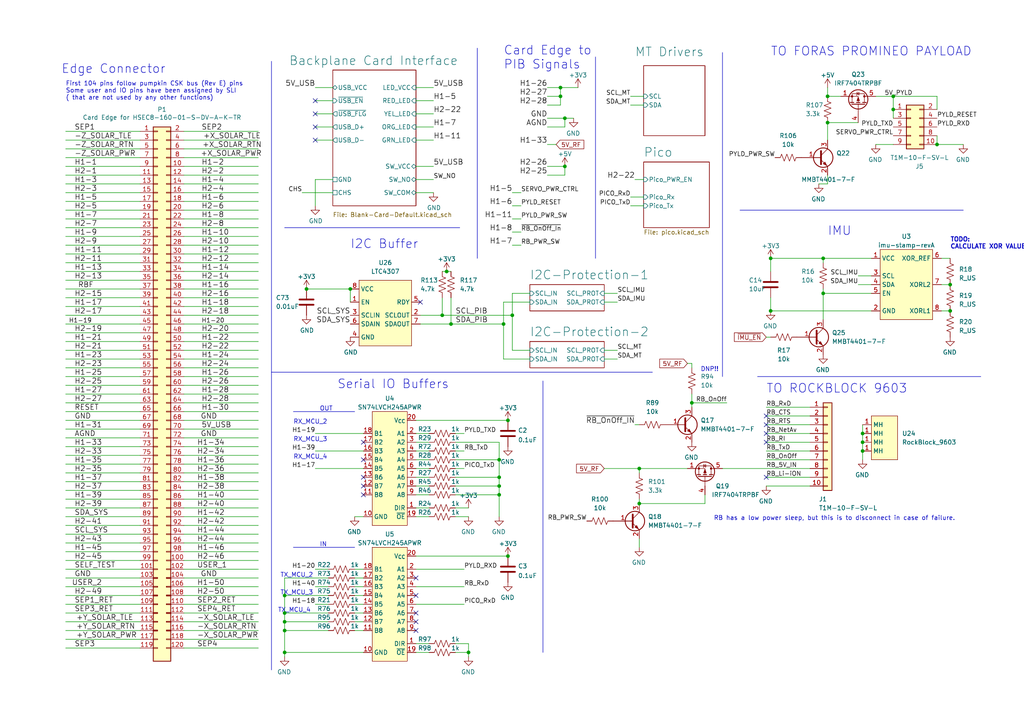
<source format=kicad_sch>
(kicad_sch (version 20230121) (generator eeschema)
  (paper "A4")
  (title_block (title "Blank Card for SLI Backplane") (date "2021-11-05") (rev "A") (company "Sierra Lobo INC"))
  (junction (at 135.89 189.23))
  (junction (at 82.55 180.34))
  (junction (at 238.76 74.93))
  (junction (at 163.83 34.29))
  (junction (at 144.78 138.43))
  (junction (at 240.03 27.94))
  (junction (at 82.55 177.8))
  (junction (at 275.59 82.55))
  (junction (at 162.56 27.94))
  (junction (at 147.32 161.29))
  (junction (at 223.52 74.93))
  (junction (at 200.66 116.84))
  (junction (at 88.9 83.82))
  (junction (at 250.19 130.81))
  (junction (at 82.55 182.88))
  (junction (at 259.08 27.94))
  (junction (at 128.27 91.44))
  (junction (at 238.76 85.09))
  (junction (at 163.83 48.26))
  (junction (at 144.78 133.35))
  (junction (at 259.08 31.75))
  (junction (at 147.32 121.92))
  (junction (at 185.42 135.89))
  (junction (at 240.03 35.56))
  (junction (at 144.78 140.97))
  (junction (at 275.59 90.17))
  (junction (at 148.59 91.44))
  (junction (at 82.55 189.23))
  (junction (at 250.19 128.27))
  (junction (at 82.55 172.72))
  (junction (at 271.78 41.91))
  (junction (at 185.42 146.05))
  (junction (at 130.81 93.98))
  (junction (at 250.19 125.73))
  (junction (at 101.6 83.82))
  (junction (at 144.78 143.51))
  (junction (at 129.54 78.74))
  (junction (at 223.52 90.17))
  (junction (at 162.56 25.4))
  (junction (at 146.05 93.98))
  (no_connect (at 121.92 87.63))
  (no_connect (at 105.41 133.35))
  (no_connect (at 120.65 177.8))
  (no_connect (at 120.65 172.72))
  (no_connect (at 105.41 140.97))
  (no_connect (at 222.25 128.27))
  (no_connect (at 222.25 125.73))
  (no_connect (at 105.41 138.43))
  (no_connect (at 105.41 128.27))
  (no_connect (at 120.65 167.64))
  (no_connect (at 91.44 40.64))
  (no_connect (at 120.65 180.34))
  (no_connect (at 105.41 143.51))
  (no_connect (at 222.25 120.65))
  (no_connect (at 222.25 123.19))
  (no_connect (at 222.25 138.43))
  (no_connect (at 91.44 29.21))
  (no_connect (at 91.44 33.02))
  (no_connect (at 120.65 182.88))
  (no_connect (at 91.44 36.83))
  (wire (pts (xy 74.93 137.16) (xy 53.34 137.16)))
  (polyline (pts (xy 78.74 107.95) (xy 189.23 107.95)))
  (wire (pts (xy 222.25 130.81) (xy 234.95 130.81)))
  (wire (pts (xy 158.75 25.4) (xy 162.56 25.4)))
  (wire (pts (xy 250.19 123.19) (xy 250.19 125.73)))
  (wire (pts (xy 40.64 88.9) (xy 19.05 88.9)))
  (wire (pts (xy 166.37 34.29) (xy 163.83 34.29)))
  (polyline (pts (xy 214.63 60.96) (xy 279.4 60.96)))
  (wire (pts (xy 120.65 130.81) (xy 124.46 130.81)))
  (wire (pts (xy 101.6 83.82) (xy 101.6 87.63)))
  (wire (pts (xy 130.81 93.98) (xy 146.05 93.98)))
  (wire (pts (xy 120.65 175.26) (xy 134.62 175.26)))
  (wire (pts (xy 74.93 91.44) (xy 53.34 91.44)))
  (wire (pts (xy 91.44 130.81) (xy 105.41 130.81)))
  (wire (pts (xy 40.64 177.8) (xy 19.05 177.8)))
  (wire (pts (xy 40.64 91.44) (xy 19.05 91.44)))
  (wire (pts (xy 148.59 63.5) (xy 151.13 63.5)))
  (wire (pts (xy 82.55 189.23) (xy 82.55 190.5)))
  (wire (pts (xy 248.92 82.55) (xy 252.73 82.55)))
  (wire (pts (xy 254 27.94) (xy 259.08 27.94)))
  (wire (pts (xy 40.64 55.88) (xy 19.05 55.88)))
  (wire (pts (xy 120.65 140.97) (xy 124.46 140.97)))
  (wire (pts (xy 40.64 119.38) (xy 19.05 119.38)))
  (wire (pts (xy 91.44 165.1) (xy 95.25 165.1)))
  (wire (pts (xy 74.93 162.56) (xy 53.34 162.56)))
  (wire (pts (xy 40.64 83.82) (xy 19.05 83.82)))
  (wire (pts (xy 132.08 135.89) (xy 134.62 135.89)))
  (wire (pts (xy 120.65 143.51) (xy 124.46 143.51)))
  (wire (pts (xy 175.26 135.89) (xy 185.42 135.89)))
  (wire (pts (xy 102.87 175.26) (xy 105.41 175.26)))
  (wire (pts (xy 120.65 121.92) (xy 147.32 121.92)))
  (wire (pts (xy 74.93 60.96) (xy 53.34 60.96)))
  (wire (pts (xy 40.64 109.22) (xy 19.05 109.22)))
  (wire (pts (xy 74.93 175.26) (xy 53.34 175.26)))
  (wire (pts (xy 74.93 127) (xy 53.34 127)))
  (wire (pts (xy 40.64 76.2) (xy 19.05 76.2)))
  (wire (pts (xy 120.65 186.69) (xy 124.46 186.69)))
  (wire (pts (xy 186.69 30.48) (xy 182.88 30.48)))
  (wire (pts (xy 120.65 125.73) (xy 124.46 125.73)))
  (wire (pts (xy 128.27 78.74) (xy 129.54 78.74)))
  (wire (pts (xy 102.87 165.1) (xy 105.41 165.1)))
  (wire (pts (xy 132.08 133.35) (xy 144.78 133.35)))
  (wire (pts (xy 279.4 41.91) (xy 271.78 41.91)))
  (wire (pts (xy 40.64 124.46) (xy 19.05 124.46)))
  (polyline (pts (xy 138.43 13.97) (xy 138.43 74.93)))
  (wire (pts (xy 74.93 83.82) (xy 53.34 83.82)))
  (wire (pts (xy 222.25 133.35) (xy 234.95 133.35)))
  (wire (pts (xy 125.73 52.07) (xy 120.65 52.07)))
  (wire (pts (xy 254 41.91) (xy 259.08 41.91)))
  (wire (pts (xy 223.52 74.93) (xy 223.52 78.74)))
  (wire (pts (xy 74.93 121.92) (xy 53.34 121.92)))
  (wire (pts (xy 74.93 170.18) (xy 53.34 170.18)))
  (wire (pts (xy 74.93 43.18) (xy 53.34 43.18)))
  (wire (pts (xy 74.93 106.68) (xy 53.34 106.68)))
  (wire (pts (xy 40.64 149.86) (xy 19.05 149.86)))
  (wire (pts (xy 240.03 53.34) (xy 240.03 50.8)))
  (wire (pts (xy 120.65 135.89) (xy 124.46 135.89)))
  (wire (pts (xy 120.65 33.02) (xy 125.73 33.02)))
  (wire (pts (xy 74.93 88.9) (xy 53.34 88.9)))
  (wire (pts (xy 153.67 87.63) (xy 146.05 87.63)))
  (wire (pts (xy 250.19 130.81) (xy 250.19 133.35)))
  (wire (pts (xy 120.65 138.43) (xy 124.46 138.43)))
  (wire (pts (xy 132.08 140.97) (xy 144.78 140.97)))
  (wire (pts (xy 200.66 116.84) (xy 200.66 118.11)))
  (wire (pts (xy 40.64 132.08) (xy 19.05 132.08)))
  (wire (pts (xy 148.59 59.69) (xy 151.13 59.69)))
  (wire (pts (xy 74.93 40.64) (xy 53.34 40.64)))
  (wire (pts (xy 162.56 30.48) (xy 162.56 27.94)))
  (wire (pts (xy 74.93 116.84) (xy 53.34 116.84)))
  (polyline (pts (xy 209.55 15.24) (xy 209.55 109.22)))
  (wire (pts (xy 222.25 140.97) (xy 234.95 140.97)))
  (wire (pts (xy 91.44 125.73) (xy 105.41 125.73)))
  (wire (pts (xy 40.64 172.72) (xy 19.05 172.72)))
  (wire (pts (xy 222.25 138.43) (xy 234.95 138.43)))
  (wire (pts (xy 74.93 114.3) (xy 53.34 114.3)))
  (wire (pts (xy 40.64 96.52) (xy 19.05 96.52)))
  (wire (pts (xy 40.64 78.74) (xy 19.05 78.74)))
  (wire (pts (xy 130.81 86.36) (xy 130.81 93.98)))
  (wire (pts (xy 199.39 105.41) (xy 200.66 105.41)))
  (polyline (pts (xy 284.48 109.22) (xy 219.71 109.22)))
  (wire (pts (xy 240.03 27.94) (xy 243.84 27.94)))
  (wire (pts (xy 175.26 104.14) (xy 179.07 104.14)))
  (wire (pts (xy 120.65 161.29) (xy 147.32 161.29)))
  (wire (pts (xy 74.93 76.2) (xy 53.34 76.2)))
  (wire (pts (xy 148.59 67.31) (xy 151.13 67.31)))
  (wire (pts (xy 40.64 152.4) (xy 19.05 152.4)))
  (wire (pts (xy 200.66 114.3) (xy 200.66 116.84)))
  (wire (pts (xy 40.64 50.8) (xy 19.05 50.8)))
  (wire (pts (xy 222.25 118.11) (xy 234.95 118.11)))
  (wire (pts (xy 74.93 160.02) (xy 53.34 160.02)))
  (wire (pts (xy 132.08 147.32) (xy 135.89 147.32)))
  (wire (pts (xy 91.44 52.07) (xy 96.52 52.07)))
  (wire (pts (xy 82.55 182.88) (xy 82.55 189.23)))
  (wire (pts (xy 132.08 189.23) (xy 135.89 189.23)))
  (wire (pts (xy 40.64 147.32) (xy 19.05 147.32)))
  (wire (pts (xy 222.25 128.27) (xy 234.95 128.27)))
  (wire (pts (xy 250.19 128.27) (xy 250.19 130.81)))
  (wire (pts (xy 185.42 158.75) (xy 185.42 156.21)))
  (wire (pts (xy 185.42 135.89) (xy 199.39 135.89)))
  (wire (pts (xy 91.44 40.64) (xy 96.52 40.64)))
  (wire (pts (xy 40.64 116.84) (xy 19.05 116.84)))
  (wire (pts (xy 153.67 85.09) (xy 148.59 85.09)))
  (wire (pts (xy 74.93 99.06) (xy 53.34 99.06)))
  (wire (pts (xy 74.93 149.86) (xy 53.34 149.86)))
  (wire (pts (xy 74.93 104.14) (xy 53.34 104.14)))
  (wire (pts (xy 74.93 63.5) (xy 53.34 63.5)))
  (wire (pts (xy 102.87 149.86) (xy 105.41 149.86)))
  (wire (pts (xy 40.64 139.7) (xy 19.05 139.7)))
  (wire (pts (xy 163.83 36.83) (xy 163.83 34.29)))
  (wire (pts (xy 222.25 125.73) (xy 234.95 125.73)))
  (wire (pts (xy 146.05 93.98) (xy 146.05 104.14)))
  (wire (pts (xy 74.93 152.4) (xy 53.34 152.4)))
  (wire (pts (xy 102.87 172.72) (xy 105.41 172.72)))
  (wire (pts (xy 125.73 25.4) (xy 120.65 25.4)))
  (wire (pts (xy 135.89 189.23) (xy 135.89 190.5)))
  (wire (pts (xy 144.78 138.43) (xy 144.78 140.97)))
  (wire (pts (xy 125.73 40.64) (xy 120.65 40.64)))
  (wire (pts (xy 95.25 172.72) (xy 82.55 172.72)))
  (wire (pts (xy 128.27 86.36) (xy 128.27 91.44)))
  (wire (pts (xy 148.59 101.6) (xy 153.67 101.6)))
  (wire (pts (xy 82.55 180.34) (xy 95.25 180.34)))
  (wire (pts (xy 95.25 167.64) (xy 82.55 167.64)))
  (wire (pts (xy 175.26 85.09) (xy 179.07 85.09)))
  (wire (pts (xy 102.87 182.88) (xy 105.41 182.88)))
  (wire (pts (xy 120.65 147.32) (xy 124.46 147.32)))
  (wire (pts (xy 240.03 35.56) (xy 248.92 35.56)))
  (wire (pts (xy 40.64 60.96) (xy 19.05 60.96)))
  (wire (pts (xy 163.83 48.26) (xy 163.83 50.8)))
  (wire (pts (xy 162.56 25.4) (xy 167.64 25.4)))
  (wire (pts (xy 91.44 170.18) (xy 95.25 170.18)))
  (wire (pts (xy 240.03 40.64) (xy 240.03 35.56)))
  (wire (pts (xy 184.15 52.07) (xy 186.69 52.07)))
  (wire (pts (xy 74.93 73.66) (xy 53.34 73.66)))
  (wire (pts (xy 132.08 138.43) (xy 144.78 138.43)))
  (wire (pts (xy 185.42 137.16) (xy 185.42 135.89)))
  (wire (pts (xy 40.64 165.1) (xy 19.05 165.1)))
  (wire (pts (xy 102.87 180.34) (xy 105.41 180.34)))
  (wire (pts (xy 74.93 134.62) (xy 53.34 134.62)))
  (wire (pts (xy 144.78 133.35) (xy 144.78 138.43)))
  (wire (pts (xy 74.93 78.74) (xy 53.34 78.74)))
  (wire (pts (xy 182.88 59.69) (xy 186.69 59.69)))
  (wire (pts (xy 135.89 186.69) (xy 132.08 186.69)))
  (wire (pts (xy 185.42 144.78) (xy 185.42 146.05)))
  (wire (pts (xy 40.64 104.14) (xy 19.05 104.14)))
  (wire (pts (xy 74.93 177.8) (xy 53.34 177.8)))
  (wire (pts (xy 74.93 144.78) (xy 53.34 144.78)))
  (wire (pts (xy 40.64 111.76) (xy 19.05 111.76)))
  (wire (pts (xy 120.65 149.86) (xy 124.46 149.86)))
  (wire (pts (xy 87.63 55.88) (xy 96.52 55.88)))
  (wire (pts (xy 74.93 139.7) (xy 53.34 139.7)))
  (wire (pts (xy 74.93 167.64) (xy 53.34 167.64)))
  (wire (pts (xy 132.08 149.86) (xy 135.89 149.86)))
  (wire (pts (xy 240.03 53.34) (xy 237.49 53.34)))
  (wire (pts (xy 74.93 129.54) (xy 53.34 129.54)))
  (wire (pts (xy 91.44 175.26) (xy 95.25 175.26)))
  (wire (pts (xy 40.64 154.94) (xy 19.05 154.94)))
  (wire (pts (xy 132.08 130.81) (xy 134.62 130.81)))
  (wire (pts (xy 132.08 125.73) (xy 134.62 125.73)))
  (wire (pts (xy 120.65 189.23) (xy 124.46 189.23)))
  (wire (pts (xy 175.26 101.6) (xy 179.07 101.6)))
  (wire (pts (xy 146.05 87.63) (xy 146.05 93.98)))
  (wire (pts (xy 135.89 189.23) (xy 135.89 186.69)))
  (wire (pts (xy 240.03 25.4) (xy 240.03 27.94)))
  (wire (pts (xy 40.64 127) (xy 19.05 127)))
  (wire (pts (xy 74.93 55.88) (xy 53.34 55.88)))
  (wire (pts (xy 91.44 25.4) (xy 96.52 25.4)))
  (wire (pts (xy 238.76 85.09) (xy 238.76 83.82)))
  (polyline (pts (xy 85.09 158.75) (xy 102.87 158.75)))
  (wire (pts (xy 74.93 157.48) (xy 53.34 157.48)))
  (wire (pts (xy 40.64 157.48) (xy 19.05 157.48)))
  (wire (pts (xy 40.64 43.18) (xy 19.05 43.18)))
  (wire (pts (xy 102.87 177.8) (xy 105.41 177.8)))
  (polyline (pts (xy 82.55 66.04) (xy 133.35 66.04)))
  (wire (pts (xy 40.64 144.78) (xy 19.05 144.78)))
  (wire (pts (xy 40.64 160.02) (xy 19.05 160.02)))
  (wire (pts (xy 74.93 182.88) (xy 53.34 182.88)))
  (wire (pts (xy 132.08 143.51) (xy 144.78 143.51)))
  (wire (pts (xy 74.93 119.38) (xy 53.34 119.38)))
  (polyline (pts (xy 1041.4 464.82) (xy 1041.4 452.12)))
  (wire (pts (xy 40.64 63.5) (xy 19.05 63.5)))
  (wire (pts (xy 40.64 129.54) (xy 19.05 129.54)))
  (wire (pts (xy 40.64 106.68) (xy 19.05 106.68)))
  (wire (pts (xy 40.64 114.3) (xy 19.05 114.3)))
  (wire (pts (xy 74.93 68.58) (xy 53.34 68.58)))
  (wire (pts (xy 40.64 48.26) (xy 19.05 48.26)))
  (wire (pts (xy 158.75 36.83) (xy 163.83 36.83)))
  (wire (pts (xy 40.64 134.62) (xy 19.05 134.62)))
  (wire (pts (xy 144.78 143.51) (xy 144.78 149.86)))
  (wire (pts (xy 88.9 83.82) (xy 101.6 83.82)))
  (wire (pts (xy 162.56 27.94) (xy 162.56 25.4)))
  (wire (pts (xy 209.55 135.89) (xy 234.95 135.89)))
  (wire (pts (xy 102.87 170.18) (xy 105.41 170.18)))
  (wire (pts (xy 74.93 165.1) (xy 53.34 165.1)))
  (wire (pts (xy 91.44 59.69) (xy 91.44 52.07)))
  (wire (pts (xy 91.44 33.02) (xy 96.52 33.02)))
  (wire (pts (xy 259.08 27.94) (xy 271.78 27.94)))
  (wire (pts (xy 40.64 175.26) (xy 19.05 175.26)))
  (wire (pts (xy 273.05 82.55) (xy 275.59 82.55)))
  (wire (pts (xy 250.19 125.73) (xy 250.19 128.27)))
  (wire (pts (xy 148.59 85.09) (xy 148.59 91.44)))
  (wire (pts (xy 102.87 167.64) (xy 105.41 167.64)))
  (wire (pts (xy 252.73 90.17) (xy 223.52 90.17)))
  (wire (pts (xy 74.93 180.34) (xy 53.34 180.34)))
  (wire (pts (xy 128.27 91.44) (xy 148.59 91.44)))
  (wire (pts (xy 40.64 73.66) (xy 19.05 73.66)))
  (wire (pts (xy 120.65 55.88) (xy 125.73 55.88)))
  (wire (pts (xy 40.64 86.36) (xy 19.05 86.36)))
  (wire (pts (xy 74.93 185.42) (xy 53.34 185.42)))
  (wire (pts (xy 40.64 167.64) (xy 19.05 167.64)))
  (wire (pts (xy 222.25 120.65) (xy 234.95 120.65)))
  (wire (pts (xy 238.76 85.09) (xy 238.76 92.71)))
  (wire (pts (xy 158.75 48.26) (xy 163.83 48.26)))
  (wire (pts (xy 82.55 189.23) (xy 105.41 189.23)))
  (polyline (pts (xy 172.72 16.51) (xy 172.72 74.93)))
  (wire (pts (xy 125.73 29.21) (xy 120.65 29.21)))
  (wire (pts (xy 74.93 172.72) (xy 53.34 172.72)))
  (wire (pts (xy 82.55 182.88) (xy 95.25 182.88)))
  (wire (pts (xy 120.65 128.27) (xy 124.46 128.27)))
  (wire (pts (xy 74.93 154.94) (xy 53.34 154.94)))
  (wire (pts (xy 74.93 96.52) (xy 53.34 96.52)))
  (wire (pts (xy 82.55 177.8) (xy 82.55 180.34)))
  (wire (pts (xy 273.05 74.93) (xy 275.59 74.93)))
  (wire (pts (xy 40.64 180.34) (xy 19.05 180.34)))
  (wire (pts (xy 223.52 97.79) (xy 222.25 97.79)))
  (wire (pts (xy 144.78 140.97) (xy 144.78 143.51)))
  (wire (pts (xy 200.66 116.84) (xy 210.82 116.84)))
  (wire (pts (xy 74.93 109.22) (xy 53.34 109.22)))
  (wire (pts (xy 40.64 71.12) (xy 19.05 71.12)))
  (wire (pts (xy 184.15 123.19) (xy 185.42 123.19)))
  (wire (pts (xy 121.92 91.44) (xy 128.27 91.44)))
  (wire (pts (xy 74.93 71.12) (xy 53.34 71.12)))
  (wire (pts (xy 40.64 81.28) (xy 19.05 81.28)))
  (wire (pts (xy 223.52 74.93) (xy 238.76 74.93)))
  (wire (pts (xy 132.08 128.27) (xy 144.78 128.27)))
  (wire (pts (xy 125.73 48.26) (xy 120.65 48.26)))
  (wire (pts (xy 40.64 142.24) (xy 19.05 142.24)))
  (wire (pts (xy 82.55 167.64) (xy 82.55 172.72)))
  (wire (pts (xy 82.55 177.8) (xy 95.25 177.8)))
  (wire (pts (xy 74.93 93.98) (xy 53.34 93.98)))
  (wire (pts (xy 91.44 36.83) (xy 96.52 36.83)))
  (wire (pts (xy 74.93 86.36) (xy 53.34 86.36)))
  (wire (pts (xy 74.93 48.26) (xy 53.34 48.26)))
  (wire (pts (xy 40.64 170.18) (xy 19.05 170.18)))
  (wire (pts (xy 40.64 66.04) (xy 19.05 66.04)))
  (wire (pts (xy 40.64 58.42) (xy 19.05 58.42)))
  (wire (pts (xy 129.54 78.74) (xy 130.81 78.74)))
  (wire (pts (xy 158.75 27.94) (xy 162.56 27.94)))
  (wire (pts (xy 74.93 187.96) (xy 53.34 187.96)))
  (polyline (pts (xy 78.74 17.78) (xy 78.74 194.31)))
  (wire (pts (xy 40.64 187.96) (xy 19.05 187.96)))
  (wire (pts (xy 163.83 34.29) (xy 158.75 34.29)))
  (wire (pts (xy 40.64 93.98) (xy 19.05 93.98)))
  (wire (pts (xy 74.93 50.8) (xy 53.34 50.8)))
  (wire (pts (xy 82.55 172.72) (xy 82.55 177.8)))
  (wire (pts (xy 120.65 133.35) (xy 124.46 133.35)))
  (wire (pts (xy 259.08 27.94) (xy 259.08 31.75)))
  (wire (pts (xy 148.59 55.88) (xy 151.13 55.88)))
  (wire (pts (xy 144.78 128.27) (xy 144.78 133.35)))
  (wire (pts (xy 74.93 66.04) (xy 53.34 66.04)))
  (wire (pts (xy 238.76 74.93) (xy 238.76 76.2)))
  (wire (pts (xy 148.59 91.44) (xy 148.59 101.6)))
  (wire (pts (xy 40.64 137.16) (xy 19.05 137.16)))
  (wire (pts (xy 185.42 146.05) (xy 204.47 146.05)))
  (wire (pts (xy 121.92 93.98) (xy 130.81 93.98)))
  (wire (pts (xy 40.64 162.56) (xy 19.05 162.56)))
  (wire (pts (xy 40.64 99.06) (xy 19.05 99.06)))
  (wire (pts (xy 158.75 30.48) (xy 162.56 30.48)))
  (wire (pts (xy 40.64 101.6) (xy 19.05 101.6)))
  (wire (pts (xy 74.93 101.6) (xy 53.34 101.6)))
  (wire (pts (xy 200.66 105.41) (xy 200.66 106.68)))
  (wire (pts (xy 120.65 165.1) (xy 134.62 165.1)))
  (wire (pts (xy 74.93 58.42) (xy 53.34 58.42)))
  (wire (pts (xy 158.75 50.8) (xy 163.83 50.8)))
  (wire (pts (xy 271.78 39.37) (xy 271.78 41.91)))
  (wire (pts (xy 186.69 27.94) (xy 182.88 27.94)))
  (wire (pts (xy 40.64 53.34) (xy 19.05 53.34)))
  (polyline (pts (xy 157.48 110.49) (xy 157.48 189.23)))
  (wire (pts (xy 40.64 182.88) (xy 19.05 182.88)))
  (wire (pts (xy 74.93 38.1) (xy 53.34 38.1)))
  (wire (pts (xy 74.93 81.28) (xy 53.34 81.28)))
  (wire (pts (xy 259.08 31.75) (xy 259.08 34.29)))
  (wire (pts (xy 161.29 41.91) (xy 158.75 41.91)))
  (wire (pts (xy 222.25 123.19) (xy 234.95 123.19)))
  (wire (pts (xy 146.05 104.14) (xy 153.67 104.14)))
  (wire (pts (xy 74.93 147.32) (xy 53.34 147.32)))
  (wire (pts (xy 74.93 132.08) (xy 53.34 132.08)))
  (wire (pts (xy 223.52 90.17) (xy 223.52 86.36)))
  (wire (pts (xy 96.52 29.21) (xy 91.44 29.21)))
  (wire (pts (xy 40.64 38.1) (xy 19.05 38.1)))
  (wire (pts (xy 74.93 142.24) (xy 53.34 142.24)))
  (wire (pts (xy 125.73 36.83) (xy 120.65 36.83)))
  (wire (pts (xy 91.44 135.89) (xy 105.41 135.89)))
  (wire (pts (xy 238.76 74.93) (xy 252.73 74.93)))
  (wire (pts (xy 273.05 90.17) (xy 275.59 90.17)))
  (polyline (pts (xy 85.09 119.38) (xy 102.87 119.38)))
  (wire (pts (xy 238.76 85.09) (xy 252.73 85.09)))
  (wire (pts (xy 148.59 71.12) (xy 151.13 71.12)))
  (wire (pts (xy 182.88 57.15) (xy 186.69 57.15)))
  (wire (pts (xy 74.93 111.76) (xy 53.34 111.76)))
  (wire (pts (xy 175.26 87.63) (xy 179.07 87.63)))
  (wire (pts (xy 271.78 27.94) (xy 271.78 31.75)))
  (wire (pts (xy 248.92 80.01) (xy 252.73 80.01)))
  (wire (pts (xy 40.64 185.42) (xy 19.05 185.42)))
  (wire (pts (xy 74.93 124.46) (xy 53.34 124.46)))
  (wire (pts (xy 82.55 180.34) (xy 82.55 182.88)))
  (wire (pts (xy 40.64 121.92) (xy 19.05 121.92)))
  (wire (pts (xy 74.93 45.72) (xy 53.34 45.72)))
  (wire (pts (xy 40.64 45.72) (xy 19.05 45.72)))
  (wire (pts (xy 74.93 53.34) (xy 53.34 53.34)))
  (wire (pts (xy 204.47 146.05) (xy 204.47 143.51)))
  (wire (pts (xy 40.64 68.58) (xy 19.05 68.58)))
  (wire (pts (xy 120.65 170.18) (xy 134.62 170.18)))
  (wire (pts (xy 40.64 40.64) (xy 19.05 40.64)))
  (text "DNP!!" (at 203.2 107.95 0) (effects (font (size 1.27 1.27)) (justify left bottom)))
  (text "OUT" (at 92.71 119.38 0) (effects (font (size 1.27 1.27)) (justify left bottom)))
  (text "TO ROCKBLOCK 9603" (at 222.25 114.3 0) (effects (font (size 2.54 2.54)) (justify left bottom)))
  (text "RX_MCU_3" (at 85.09 128.27 0) (effects (font (size 1.27 1.27)) (justify left bottom)))
  (text "TX_MCU_2" (at 81.28 167.64 0) (effects (font (size 1.27 1.27)) (justify left bottom)))
  (text "I2C Buffer" (at 101.6 72.39 0) (effects (font (size 2.54 2.54)) (justify left bottom)))
  (text "First 104 pins follow pumpkin CSK bus (Rev E) pins\nSome user and IO pins have been assigned by SLI \n( that are not used by any other functions)" (at 19.05 29.21 0) (effects (font (size 1.27 1.27)) (justify left bottom)))
  (text "RX_MCU_4" (at 85.09 133.35 0) (effects (font (size 1.27 1.27)) (justify left bottom)))
  (text "TO FORAS PROMINEO PAYLOAD" (at 223.52 16.51 0) (effects (font (size 2.54 2.54)) (justify left bottom)))
  (text "Serial IO Buffers" (at 97.79 113.03 0) (effects (font (size 2.54 2.54)) (justify left bottom)))
  (text "RB has a low power sleep, but this is to disconnect in case of failure." (at 207.01 151.13 0) (effects (font (size 1.27 1.27)) (justify left bottom)))
  (text "Edge Connector" (at 17.78 21.59 0) (effects (font (size 2.54 2.54)) (justify left bottom)))
  (text "IN" (at 92.71 158.75 0) (effects (font (size 1.27 1.27)) (justify left bottom)))
  (text "TX_MCU_3\n" (at 81.28 172.72 0) (effects (font (size 1.27 1.27)) (justify left bottom)))
  (text "Card Edge to \nPIB Signals" (at 146.05 20.32 0) (effects (font (size 2.54 2.54)) (justify left bottom)))
  (text "IMU" (at 240.03 68.58 0) (effects (font (size 2.54 2.54)) (justify left bottom)))
  (text "TX_MCU_4" (at 90.17 177.8 0) (effects (font (size 1.27 1.27)) (justify right bottom)))
  (text "TODO:\nCALCULATE XOR VALUE RESISTORS FOR I2C" (at 275.59 72.39 0) (effects (font (size 1.27 1.27) (thickness 0.254) bold) (justify left bottom)))
  (text "RX_MCU_2" (at 85.09 123.19 0) (effects (font (size 1.27 1.27)) (justify left bottom)))
  (label "H2-49" (at 21.59 172.72 0) (effects (font (size 1.524 1.524))))
  (label "H2-50" (at 57.15 172.72 0) (effects (font (size 1.524 1.524))))
  (label "SEP1_RET" (at 21.59 175.26 0) (effects (font (size 1.524 1.524))))
  (label "RB_Li-iON" (at 222.25 138.43 0))
  (label "H1-22" (at 58.42 99.06 0) (effects (font (size 1.524 1.524))))
  (label "H2-15" (at 21.59 86.36 0) (effects (font (size 1.524 1.524))))
  (label "+Y_SOLAR_RTN" (at 22.098 182.88 0) (effects (font (size 1.524 1.524))))
  (label "H1-11" (at 125.73 40.64 0) (effects (font (size 1.524 1.524))))
  (label "H2-34" (at 57.15 132.08 0) (effects (font (size 1.524 1.524))))
  (label "SCL_IMU" (at 179.07 85.09 0))
  (label "GND" (at 158.75 34.29 180) (effects (font (size 1.524 1.524))))
  (label "H2-21" (at 21.59 101.6 0) (effects (font (size 1.524 1.524))))
  (label "H2-20" (at 58.42 96.52 0) (effects (font (size 1.524 1.524))))
  (label "PYLD_TXD" (at 134.62 125.73 0))
  (label "H2-3" (at 21.59 55.88 0) (effects (font (size 1.524 1.524))))
  (label "-Z_SOLAR_RTN" (at 21.59 43.18 0) (effects (font (size 1.524 1.524))))
  (label "H1-27" (at 21.59 114.3 0) (effects (font (size 1.524 1.524))))
  (label "H1-21" (at 21.59 99.06 0) (effects (font (size 1.524 1.524))))
  (label "USER_1" (at 57.15 165.1 0) (effects (font (size 1.524 1.524))))
  (label "H1-33" (at 21.59 129.54 0) (effects (font (size 1.524 1.524))))
  (label "H1-46" (at 57.15 160.02 0) (effects (font (size 1.524 1.524))))
  (label "-Z_SOLAR_TLE" (at 21.59 40.64 0) (effects (font (size 1.524 1.524))))
  (label "5V_USB" (at 58.42 124.46 0) (effects (font (size 1.524 1.524))))
  (label "RB_OnOff" (at 210.82 116.84 180))
  (label "H2-27" (at 21.59 116.84 0) (effects (font (size 1.524 1.524))))
  (label "H2-7" (at 21.59 66.04 0) (effects (font (size 1.524 1.524))))
  (label "H2-44" (at 57.15 157.48 0) (effects (font (size 1.524 1.524))))
  (label "H2-45" (at 21.59 162.56 0) (effects (font (size 1.524 1.524))))
  (label "H2-6" (at 58.42 60.96 0) (effects (font (size 1.524 1.524))))
  (label "PYLD_RXD" (at 134.62 165.1 0))
  (label "H1-28" (at 58.42 114.3 0) (effects (font (size 1.524 1.524))))
  (label "SDA_IMU" (at 179.07 87.63 0))
  (label "RB_5V_IN" (at 222.25 135.89 0))
  (label "SCL_MT" (at 182.88 27.94 180))
  (label "H1-17" (at 91.44 135.89 180))
  (label "H1-7" (at 148.59 71.12 180) (effects (font (size 1.524 1.524))))
  (label "SEP4" (at 57.15 187.96 0) (effects (font (size 1.524 1.524))))
  (label "H1-24" (at 58.42 104.14 0) (effects (font (size 1.524 1.524))))
  (label "H2-14" (at 58.42 81.28 0) (effects (font (size 1.524 1.524))))
  (label "H2-16" (at 58.42 86.36 0) (effects (font (size 1.524 1.524))))
  (label "SEP4_RET" (at 57.15 177.8 0) (effects (font (size 1.524 1.524))))
  (label "H2-46" (at 57.15 162.56 0) (effects (font (size 1.524 1.524))))
  (label "RB_TxD" (at 222.25 130.81 0))
  (label "CHS" (at 87.63 55.88 180))
  (label "GND" (at 21.59 121.92 0) (effects (font (size 1.524 1.524))))
  (label "H2-19" (at 21.59 96.52 0) (effects (font (size 1.524 1.524))))
  (label "+Y_SOLAR_PWR" (at 22.098 185.42 0) (effects (font (size 1.524 1.524))))
  (label "H2-22" (at 125.73 33.02 0) (effects (font (size 1.524 1.524))))
  (label "PYLD_PWR_SW" (at 224.79 45.72 180))
  (label "H1-37" (at 21.59 139.7 0) (effects (font (size 1.524 1.524))))
  (label "H1-35" (at 21.59 134.62 0) (effects (font (size 1.524 1.524))))
  (label "H1-39" (at 91.44 130.81 180))
  (label "H2-5" (at 21.59 60.96 0) (effects (font (size 1.524 1.524))))
  (label "~{RB_OnOff_IN}" (at 184.15 123.19 180) (effects (font (size 1.524 1.524))))
  (label "H1-2" (at 58.42 48.26 0) (effects (font (size 1.524 1.524))))
  (label "H2-43" (at 21.59 157.48 0) (effects (font (size 1.524 1.524))))
  (label "H2-37" (at 21.59 142.24 0) (effects (font (size 1.524 1.524))))
  (label "H1-40" (at 91.44 170.18 180))
  (label "H1-42" (at 57.15 149.86 0) (effects (font (size 1.524 1.524))))
  (label "5V_PYLD" (at 256.54 27.94 0))
  (label "PICO_TxD" (at 182.88 59.69 180))
  (label "SCL_SYS" (at 21.59 154.94 0) (effects (font (size 1.524 1.524))))
  (label "SDA_PIB" (at 132.08 93.98 0) (effects (font (size 1.524 1.524))))
  (label "SCL_PIB" (at 132.08 91.44 0) (effects (font (size 1.524 1.524))))
  (label "~{RESET}" (at 21.59 119.38 0) (effects (font (size 1.524 1.524))))
  (label "H2-41" (at 21.59 152.4 0) (effects (font (size 1.524 1.524))))
  (label "-X_SOLAR_PWR" (at 57.15 185.42 0) (effects (font (size 1.524 1.524))))
  (label "5V_USB" (at 125.73 25.4 0) (effects (font (size 1.524 1.524))))
  (label "H1-20" (at 58.42 93.98 0))
  (label "H1-6" (at 148.59 59.69 180) (effects (font (size 1.524 1.524))))
  (label "RB_OnOff" (at 222.25 133.35 0))
  (label "H1-5" (at 21.59 58.42 0) (effects (font (size 1.524 1.524))))
  (label "GND" (at 58.166 121.92 0) (effects (font (size 1.524 1.524))))
  (label "H1-18" (at 91.44 175.26 180))
  (label "H2-38" (at 57.15 142.24 0) (effects (font (size 1.524 1.524))))
  (label "H1-40" (at 57.15 144.78 0) (effects (font (size 1.524 1.524))))
  (label "H1-30" (at 58.42 119.38 0) (effects (font (size 1.524 1.524))))
  (label "H1-9" (at 21.59 68.58 0) (effects (font (size 1.524 1.524))))
  (label "SEP2_RET" (at 57.15 175.26 0) (effects (font (size 1.524 1.524))))
  (label "H1-36" (at 57.15 134.62 0) (effects (font (size 1.524 1.524))))
  (label "H2-4" (at 58.42 55.88 0) (effects (font (size 1.524 1.524))))
  (label "H1-20" (at 91.44 165.1 180))
  (label "RB_TxD" (at 134.62 130.81 0))
  (label "H1-11" (at 21.59 73.66 0) (effects (font (size 1.524 1.524))))
  (label "+X_SOLAR_RTN" (at 58.674 43.18 0) (effects (font (size 1.524 1.524))))
  (label "SCL_SYS" (at 101.6 91.44 180) (effects (font (size 1.524 1.524))))
  (label "H1-25" (at 21.59 109.22 0) (effects (font (size 1.524 1.524))))
  (label "H1-18" (at 58.42 88.9 0) (effects (font (size 1.524 1.524))))
  (label "H1-12" (at 58.42 73.66 0) (effects (font (size 1.524 1.524))))
  (label "H1-10" (at 58.42 68.58 0) (effects (font (size 1.524 1.524))))
  (label "H1-1" (at 21.59 48.26 0) (effects (font (size 1.524 1.524))))
  (label "H1-44" (at 57.15 154.94 0) (effects (font (size 1.524 1.524))))
  (label "H2-28" (at 158.75 30.48 180) (effects (font (size 1.524 1.524))))
  (label "H2-42" (at 57.15 152.4 0) (effects (font (size 1.524 1.524))))
  (label "SEP3" (at 21.59 187.96 0) (effects (font (size 1.524 1.524))))
  (label "H1-39" (at 21.59 144.78 0) (effects (font (size 1.524 1.524))))
  (label "PYLD_PWR_SW" (at 151.13 63.5 0))
  (label "RB_NetAv" (at 222.25 125.73 0))
  (label "GND" (at 21.59 167.64 0) (effects (font (size 1.524 1.524))))
  (label "PYLD_TXD" (at 259.08 36.83 180))
  (label "H1-31" (at 21.59 124.46 0) (effects (font (size 1.524 1.524))))
  (label "-Z_SOLAR_PWR" (at 21.59 45.72 0) (effects (font (size 1.524 1.524))))
  (label "H2-36" (at 57.15 137.16 0) (effects (font (size 1.524 1.524))))
  (label "SDA_MT" (at 182.88 30.48 180))
  (label "H2-22" (at 184.15 52.07 180) (effects (font (size 1.524 1.524))))
  (label "H1-19" (at 26.67 93.98 180))
  (label "PYLD_RESET" (at 151.13 59.69 0))
  (label "~{RB_OnOff_In}" (at 151.13 67.31 0))
  (label "H1-6" (at 58.42 58.42 0) (effects (font (size 1.524 1.524))))
  (label "H1-8" (at 148.59 67.31 180) (effects (font (size 1.524 1.524))))
  (label "AGND" (at 21.59 127 0) (effects (font (size 1.524 1.524))))
  (label "RB_RxD" (at 134.62 170.18 0))
  (label "AGND" (at 158.75 36.83 180) (effects (font (size 1.524 1.524))))
  (label "RB_RxD" (at 222.25 118.11 0))
  (label "SEP1" (at 21.59 38.1 0) (effects (font (size 1.524 1.524))))
  (label "H2-25" (at 158.75 50.8 180) (effects (font (size 1.524 1.524))))
  (label "H2-12" (at 58.42 76.2 0) (effects (font (size 1.524 1.524))))
  (label "RB_CTS" (at 222.25 120.65 0))
  (label "H2-39" (at 21.59 147.32 0) (effects (font (size 1.524 1.524))))
  (label "SERVO_PWR_CTRL" (at 151.13 55.88 0))
  (label "H2-26" (at 58.42 111.76 0) (effects (font (size 1.524 1.524))))
  (label "SDA_SYS" (at 101.6 93.98 180) (effects (font (size 1.524 1.524))))
  (label "SELF_TEST" (at 21.59 165.1 0) (effects (font (size 1.524 1.524))))
  (label "H2-35" (at 21.59 137.16 0) (effects (font (size 1.524 1.524))))
  (label "H2-26" (at 158.75 48.26 180) (effects (font (size 1.524 1.524))))
  (label "H1-11" (at 148.59 63.5 180) (effects (font (size 1.524 1.524))))
  (label "H2-9" (at 21.59 71.12 0) (effects (font (size 1.524 1.524))))
  (label "H2-2" (at 58.42 50.8 0) (effects (font (size 1.524 1.524))))
  (label "H1-45" (at 21.59 160.02 0) (effects (font (size 1.524 1.524))))
  (label "5V_USB" (at 91.44 25.4 180) (effects (font (size 1.524 1.524))))
  (label "GND" (at 58.166 127 0) (effects (font (size 1.524 1.524))))
  (label "5V_USB" (at 125.73 48.26 0) (effects (font (size 1.524 1.524))))
  (label "H2-13" (at 21.59 81.28 0) (effects (font (size 1.524 1.524))))
  (label "PICO_RxD" (at 134.62 175.26 0))
  (label "H2-27" (at 158.75 27.94 180) (effects (font (size 1.524 1.524))))
  (label "H2-17" (at 21.59 91.44 0) (effects (font (size 1.524 1.524))))
  (label "H1-16" (at 58.42 83.82 0) (effects (font (size 1.524 1.524))))
  (label "SEP3_RET" (at 21.59 177.8 0) (effects (font (size 1.524 1.524))))
  (label "H1-7" (at 125.73 36.83 0) (effects (font (size 1.524 1.524))))
  (label "RB_PWR_SW" (at 151.13 71.12 0))
  (label "H1-17" (at 21.59 88.9 0) (effects (font (size 1.524 1.524))))
  (label "-X_SOLAR_TLE" (at 57.15 180.34 0) (effects (font (size 1.524 1.524))))
  (label "RB_RI" (at 222.25 128.27 0))
  (label "H2-24" (at 58.42 106.68 0) (effects (font (size 1.524 1.524))))
  (label "SERVO_PWR_CTRL" (at 259.08 39.37 180))
  (label "H2-11" (at 21.59 76.2 0) (effects (font (size 1.524 1.524))))
  (label "H1-26" (at 58.42 109.22 0) (effects (font (size 1.524 1.524))))
  (label "+Y_SOLAR_TLE" (at 22.098 180.34 0) (effects (font (size 1.524 1.524))))
  (label "USER_2" (at 20.828 170.18 0) (effects (font (size 1.524 1.524))))
  (label "PYLD_RESET" (at 271.78 34.29 0))
  (label "PYLD_RXD" (at 271.78 36.83 0))
  (label "H1-4" (at 58.42 53.34 0) (effects (font (size 1.524 1.524))))
  (label "H1-5" (at 148.59 55.88 180) (effects (font (size 1.524 1.524))))
  (label "H2-33" (at 21.59 132.08 0) (effects (font (size 1.524 1.524))))
  (label "SDA_MT" (at 179.07 104.14 0))
  (label "SW_NO" (at 125.73 52.07 0))
  (label "H1-26" (at 158.75 25.4 180) (effects (font (size 1.524 1.524))))
  (label "H2-8" (at 58.42 66.04 0) (effects (font (size 1.524 1.524))))
  (label "H2-25" (at 21.59 111.76 0) (effects (font (size 1.524 1.524))))
  (label "H2-40" (at 57.15 147.32 0) (effects (font (size 1.524 1.524))))
  (label "H2-22" (at 58.42 101.6 0) (effects (font (size 1.524 1.524))))
  (label "SCL_IMU" (at 248.92 80.01 180))
  (label "H1-23" (at 21.59 104.14 0) (effects (font (size 1.524 1.524))))
  (label "RB_PWR_SW" (at 170.18 151.13 180))
  (label "RB_RTS" (at 222.25 123.19 0))
  (label "H2-10" (at 58.42 71.12 0) (effects (font (size 1.524 1.524))))
  (label "H2-18" (at 58.42 91.44 0) (effects (font (size 1.524 1.524))))
  (label "GND" (at 58.166 167.64 0) (effects (font (size 1.524 1.524))))
  (label "SEP2" (at 58.42 38.1 0) (effects (font (size 1.524 1.524))))
  (label "+X_SOLAR_TLE" (at 58.928 40.64 0) (effects (font (size 1.524 1.524))))
  (label "H1-7" (at 21.59 63.5 0) (effects (font (size 1.524 1.524))))
  (label "+X_SOLAR_PWR" (at 58.166 45.72 0) (effects (font (size 1.524 1.524))))
  (label "SDA_SYS" (at 21.59 149.86 0) (effects (font (size 1.524 1.524))))
  (label "H1-19" (at 91.44 125.73 180))
  (label "H2-23" (at 21.59 106.68 0) (effects (font (size 1.524 1.524))))
  (label "PICO_RxD" (at 182.88 57.15 180))
  (label "H1-38" (at 57.15 139.7 0) (effects (font (size 1.524 1.524))))
  (label "SDA_IMU" (at 248.92 82.55 180))
  (label "H2-1" (at 21.59 50.8 0) (effects (font (size 1.524 1.524))))
  (label "H1-5" (at 125.73 29.21 0) (effects (font (size 1.524 1.524))))
  (label "SCL_MT" (at 179.07 101.6 0))
  (label "H1-34" (at 57.15 129.54 0) (effects (font (size 1.524 1.524))))
  (label "H1-3" (at 21.59 53.34 0) (effects (font (size 1.524 1.524))))
  (label "H1-33" (at 158.75 41.91 180) (effects (font (size 1.524 1.524))))
  (label "H1-13" (at 21.59 78.74 0) (effects (font (size 1.524 1.524))))
  (label "H2-28" (at 58.42 116.84 0) (effects (font (size 1.524 1.524))))
  (label "PICO_TxD" (at 134.62 135.89 0))
  (label "H1-14" (at 58.42 78.74 0) (effects (font (size 1.524 1.524))))
  (label "RBF" (at 22.606 83.82 0) (effects (font (size 1.524 1.524))))
  (label "-X_SOLAR_RTN" (at 57.15 182.88 0) (effects (font (size 1.524 1.524))))
  (label "H1-50" (at 57.15 170.18 0) (effects (font (size 1.524 1.524))))
  (label "H1-8" (at 58.42 63.5 0) (effects (font (size 1.524 1.524))))
  (global_label "5V_RF" (shape input) (at 161.29 41.91 0) (property "Intersheetrefs" "${INTERSHEET_REFS}" (effects hide)))
  (global_label "~{IMU_EN}" (shape input) (at 222.25 97.79 180) (property "Intersheetrefs" "${INTERSHEET_REFS}" (effects hide)))
  (global_label "5V_RF" (shape input) (at 175.26 135.89 180) (property "Intersheetrefs" "${INTERSHEET_REFS}" (effects hide)))
  (global_label "5V_RF" (shape input) (at 199.39 105.41 180) (property "Intersheetrefs" "${INTERSHEET_REFS}" (effects hide)))
  (symbol (lib_id "SLI-Backplane-Blank-Card-KiCad:Conn_02x60_Top_Bottom") (at 46.99 36.83 0) (unit 1)
    (property "Reference" "P1" (at 46.99 31.75 0))
    (property "Value" "Card Edge for HSEC8-160-01-S-DV-A-K-TR" (at 46.99 34.0614 0))
    (property "Footprint" "SLI-Backplane-Blank-Card-KiCad:HSEC8-160-CARD-EDGE" (effects hide))
  )
  (symbol (lib_id "Device:R_US") (at 128.27 140.97 90) (unit 1)
    (property "Reference" "R45" (at 123.19 139.7 90))
    (property "Value" "1k" (at 132.08 139.7 90))
  )
  (symbol (lib_id "Device:C") (at 223.52 82.55 0) (unit 1)
    (property "Reference" "C14" (at 217.17 81.28 0) (effects (justify left)))
    (property "Value" "10uF" (at 217.17 83.82 0) (effects (justify left)))
    (property "Footprint" "Capacitor_SMD:C_0805_2012Metric" (effects hide))
  )
  (symbol (lib_id "power:+5V") (at 163.83 48.26 0) (unit 1)
    (property "Reference" "#PWR0130" (effects hide))
    (property "Value" "+5V" (at 163.83 44.6555 0))
  )
  (symbol (lib_id "Device:R_US") (at 275.59 78.74 0) (unit 1)
    (property "Reference" "R18" (at 278.13 78.105 0) (effects (justify left)))
    (property "Value" "R_US" (at 278.13 80.645 0) (effects (justify left)))
  )
  (symbol (lib_id "power:+3.3V") (at 167.64 25.4 0) (unit 1)
    (property "Reference" "#PWR0121" (effects hide))
    (property "Value" "+3.3V" (at 167.64 21.7955 0))
  )
  (symbol (lib_id "Device:R_US") (at 99.06 182.88 90) (unit 1)
    (property "Reference" "R96" (at 93.98 181.61 90))
    (property "Value" "1k" (at 102.87 181.61 90))
  )
  (symbol (lib_id "power:GND") (at 200.66 128.27 0) (mirror y) (unit 1)
    (property "Reference" "#PWR0113" (effects hide))
    (property "Value" "GND" (at 200.533 132.6642 0))
  )
  (symbol (lib_id "Device:R_US") (at 240.03 31.75 0) (unit 1)
    (property "Reference" "R107" (at 233.68 30.48 0) (effects (justify left)))
    (property "Value" "3.3k" (at 233.68 33.02 0) (effects (justify left)))
    (property "Footprint" "Resistor_SMD:R_0603_1608Metric" (effects hide))
  )
  (symbol (lib_id "power:GND") (at 91.44 59.69 0) (unit 1)
    (property "Reference" "#PWR?" (effects hide))
    (property "Value" "GND" (at 91.567 64.0842 0))
  )
  (symbol (lib_id "Device:R_US") (at 227.33 97.79 90) (unit 1)
    (property "Reference" "R17" (at 227.33 101.6 90))
    (property "Value" "10k" (at 227.33 104.14 90))
    (property "Footprint" "Resistor_SMD:R_0603_1608Metric" (effects hide))
  )
  (symbol (lib_id "Device:R_US") (at 128.27 135.89 90) (unit 1)
    (property "Reference" "R44" (at 123.19 134.62 90))
    (property "Value" "1k" (at 132.08 134.62 90))
  )
  (symbol (lib_id "Device:R_US") (at 128.27 128.27 90) (unit 1)
    (property "Reference" "R29" (at 123.19 127 90))
    (property "Value" "1k" (at 132.08 127 90))
  )
  (symbol (lib_id "power:GND") (at 185.42 158.75 0) (mirror y) (unit 1)
    (property "Reference" "#PWR0117" (effects hide))
    (property "Value" "GND" (at 185.293 163.1442 0))
  )
  (symbol (lib_id "Device:Q_NPN_BEC") (at 182.88 151.13 0) (unit 1)
    (property "Reference" "Q18" (at 187.96 149.8599 0) (effects (justify left)))
    (property "Value" "MMBT4401-7-F" (at 187.96 152.3999 0) (effects (justify left)))
    (property "Footprint" "Package_TO_SOT_SMD:SOT-23" (effects hide))
  )
  (symbol (lib_id "Device:C") (at 147.32 125.73 0) (unit 1)
    (property "Reference" "C2" (at 150.241 124.8215 0) (effects (justify left)))
    (property "Value" "0.1uF" (at 150.241 127.5966 0) (effects (justify left)))
    (property "Footprint" "Capacitor_SMD:C_0603_1608Metric" (effects hide))
  )
  (symbol (lib_id "Device:R_US") (at 128.27 130.81 90) (unit 1)
    (property "Reference" "R72" (at 123.19 129.54 90))
    (property "Value" "1k" (at 132.08 129.54 90))
  )
  (symbol (lib_id "Device:Q_NPN_BEC") (at 237.49 45.72 0) (unit 1)
    (property "Reference" "Q22" (at 242.57 44.4499 0) (effects (justify left)))
    (property "Value" "MMBT4401-7-F" (at 232.41 52.07 0) (effects (justify left)))
    (property "Footprint" "Package_TO_SOT_SMD:SOT-23" (effects hide))
  )
  (symbol (lib_id "SLI-Backplane-Blank-Card-KiCad:IRF7404TRPBF") (at 248.92 30.48 270) (mirror x) (unit 1)
    (property "Reference" "Q23" (at 248.92 21.59 90))
    (property "Value" "IRF7404TRPBF" (at 248.92 24.13 90))
    (property "Footprint" "Package_SO:SO-8_3.9x4.9mm_P1.27mm" (effects hide))
  )
  (symbol (lib_id "FP-Interface-Card:SN74LVCH245APWR") (at 113.03 158.75 0) (mirror y) (unit 1)
    (property "Reference" "U5" (at 113.03 154.94 0))
    (property "Value" "SN74LVCH245APWR" (at 113.03 157.48 0))
    (property "Footprint" "Package_SO:TSSOP-20_4.4x6.5mm_P0.65mm" (effects hide))
  )
  (symbol (lib_id "power:GND") (at 275.59 97.79 0) (mirror y) (unit 1)
    (property "Reference" "#PWR05" (effects hide))
    (property "Value" "GND" (at 275.463 102.1842 0))
  )
  (symbol (lib_id "Device:R_US") (at 228.6 45.72 90) (unit 1)
    (property "Reference" "R106" (at 228.6 39.37 90))
    (property "Value" "10k" (at 228.6 41.91 90))
    (property "Footprint" "Resistor_SMD:R_0603_1608Metric" (effects hide))
  )
  (symbol (lib_id "SLI-Backplane-Blank-Card-KiCad:IRF7404TRPBF") (at 204.47 138.43 270) (mirror x) (unit 1)
    (property "Reference" "Q19" (at 209.55 140.97 90))
    (property "Value" "IRF7404TRPBF" (at 213.36 143.51 90))
    (property "Footprint" "Package_SO:SO-8_3.9x4.9mm_P1.27mm" (effects hide))
  )
  (symbol (lib_id "power:GND") (at 147.32 129.54 0) (mirror y) (unit 1)
    (property "Reference" "#PWR075" (effects hide))
    (property "Value" "GND" (at 147.193 133.9342 0))
  )
  (symbol (lib_id "power:+3.3V") (at 129.54 78.74 0) (unit 1)
    (property "Reference" "#PWR?" (effects hide))
    (property "Value" "+3.3V" (at 129.54 75.1355 0))
  )
  (symbol (lib_id "Connector_Generic:Conn_01x10") (at 240.03 128.27 0) (unit 1)
    (property "Reference" "J1" (at 237.49 144.7799 0) (effects (justify left)))
    (property "Value" "T1M-10-F-SV-L" (at 237.49 147.3199 0) (effects (justify left)))
    (property "Footprint" "payload-interface-board:SAMTEC_T1M-10-F-SV-L" (effects hide))
  )
  (symbol (lib_id "Device:R_US") (at 128.27 149.86 90) (unit 1)
    (property "Reference" "R26" (at 123.19 148.59 90))
    (property "Value" "1k" (at 132.08 148.59 90))
  )
  (symbol (lib_id "power:GND") (at 222.25 140.97 0) (mirror y) (unit 1)
    (property "Reference" "#PWR0116" (effects hide))
    (property "Value" "GND" (at 222.123 145.3642 0))
  )
  (symbol (lib_id "power:GND") (at 102.87 149.86 0) (mirror y) (unit 1)
    (property "Reference" "#PWR038" (effects hide))
    (property "Value" "GND" (at 102.743 154.2542 0))
  )
  (symbol (lib_id "FP-Interface-Card:RockBlock_9603") (at 256.54 120.65 0) (unit 1)
    (property "Reference" "U24" (at 261.62 125.7299 0) (effects (justify left)))
    (property "Value" "RockBlock_9603" (at 261.62 128.2699 0) (effects (justify left)))
    (property "Footprint" "payload-interface-board:RockBlock_9603" (effects hide))
  )
  (symbol (lib_id "power:+3.3V") (at 147.32 161.29 0) (unit 1)
    (property "Reference" "#PWR076" (effects hide))
    (property "Value" "+3.3V" (at 147.32 157.6855 0))
  )
  (symbol (lib_id "Device:R_US") (at 128.27 189.23 90) (unit 1)
    (property "Reference" "R98" (at 123.19 187.96 90))
    (property "Value" "1k" (at 132.08 187.96 90))
  )
  (symbol (lib_id "Device:C") (at 88.9 87.63 0) (unit 1)
    (property "Reference" "C73" (at 80.01 86.36 0) (effects (justify left)))
    (property "Value" "0.01uF" (at 80.01 88.9 0) (effects (justify left)))
    (property "Footprint" "Capacitor_SMD:C_0603_1608Metric" (effects hide))
  )
  (symbol (lib_id "power:GND") (at 125.73 55.88 0) (unit 1)
    (property "Reference" "#PWR?" (effects hide))
    (property "Value" "GND" (at 125.857 60.2742 0))
  )
  (symbol (lib_id "Device:Q_NPN_BEC") (at 198.12 123.19 0) (unit 1)
    (property "Reference" "Q17" (at 203.2 121.9199 0) (effects (justify left)))
    (property "Value" "MMBT4401-7-F" (at 203.2 124.4599 0) (effects (justify left)))
    (property "Footprint" "Package_TO_SOT_SMD:SOT-23" (effects hide))
  )
  (symbol (lib_id "Device:R_US") (at 99.06 175.26 90) (unit 1)
    (property "Reference" "R21" (at 93.98 173.99 90))
    (property "Value" "1k" (at 102.87 173.99 90))
  )
  (symbol (lib_id "power:+3.3V") (at 147.32 121.92 0) (unit 1)
    (property "Reference" "#PWR074" (effects hide))
    (property "Value" "+3.3V" (at 147.32 118.3155 0))
  )
  (symbol (lib_id "FP-Interface-Card:imu-stamp-revA") (at 262.89 72.39 0) (unit 1)
    (property "Reference" "U3" (at 262.89 68.58 0))
    (property "Value" "imu-stamp-revA" (at 262.89 71.12 0))
    (property "Footprint" "payload-interface-board:imu-stamp-revA-SMD" (effects hide))
  )
  (symbol (lib_id "Device:R_US") (at 275.59 86.36 0) (unit 1)
    (property "Reference" "R19" (at 278.13 85.725 0) (effects (justify left)))
    (property "Value" "R_US" (at 278.13 88.265 0) (effects (justify left)))
  )
  (symbol (lib_id "power:GND") (at 254 41.91 0) (mirror y) (unit 1)
    (property "Reference" "#PWR0107" (effects hide))
    (property "Value" "GND" (at 253.873 46.3042 0))
  )
  (symbol (lib_id "power:GND") (at 88.9 91.44 0) (unit 1)
    (property "Reference" "#PWR?" (effects hide))
    (property "Value" "GND" (at 89.027 95.8342 0))
  )
  (symbol (lib_id "Device:R_US") (at 99.06 177.8 90) (unit 1)
    (property "Reference" "R76" (at 93.98 176.53 90))
    (property "Value" "1k" (at 102.87 176.53 90))
  )
  (symbol (lib_id "power:GND") (at 237.49 53.34 0) (mirror y) (unit 1)
    (property "Reference" "#PWR0106" (effects hide))
    (property "Value" "GND" (at 237.363 57.7342 0))
  )
  (symbol (lib_id "Device:R_US") (at 128.27 125.73 90) (unit 1)
    (property "Reference" "R23" (at 123.19 124.46 90))
    (property "Value" "1k" (at 132.08 124.46 90))
  )
  (symbol (lib_id "power:+5V") (at 240.03 25.4 0) (mirror y) (unit 1)
    (property "Reference" "#PWR0110" (effects hide))
    (property "Value" "+5V" (at 240.03 21.7955 0))
  )
  (symbol (lib_id "Device:R_US") (at 275.59 93.98 0) (unit 1)
    (property "Reference" "R20" (at 278.13 93.345 0) (effects (justify left)))
    (property "Value" "R_US" (at 278.13 95.885 0) (effects (justify left)))
  )
  (symbol (lib_id "power:+3.3V") (at 223.52 74.93 0) (unit 1)
    (property "Reference" "#PWR02" (effects hide))
    (property "Value" "+3.3V" (at 223.52 71.3255 0))
  )
  (symbol (lib_id "power:GND") (at 147.32 168.91 0) (mirror y) (unit 1)
    (property "Reference" "#PWR077" (effects hide))
    (property "Value" "GND" (at 147.193 173.3042 0))
  )
  (symbol (lib_id "power:GND") (at 166.37 34.29 0) (mirror y) (unit 1)
    (property "Reference" "#PWR01" (effects hide))
    (property "Value" "GND" (at 166.243 38.6842 0))
  )
  (symbol (lib_id "power:GND") (at 135.89 190.5 0) (mirror y) (unit 1)
    (property "Reference" "#PWR055" (effects hide))
    (property "Value" "GND" (at 135.763 194.8942 0))
  )
  (symbol (lib_id "Device:R_US") (at 185.42 140.97 0) (unit 1)
    (property "Reference" "R101" (at 187.96 139.6999 0) (effects (justify left)))
    (property "Value" "3.3k" (at 187.96 142.2399 0) (effects (justify left)))
    (property "Footprint" "Resistor_SMD:R_0603_1608Metric" (effects hide))
  )
  (symbol (lib_id "Device:R_US") (at 200.66 110.49 0) (unit 1)
    (property "Reference" "R94" (at 203.2 109.2199 0) (effects (justify left)))
    (property "Value" "10k" (at 203.2 111.7599 0) (effects (justify left)))
    (property "Footprint" "Resistor_SMD:R_0603_1608Metric" (effects hide))
  )
  (symbol (lib_id "Device:R_US") (at 128.27 186.69 90) (unit 1)
    (property "Reference" "R97" (at 123.19 185.42 90))
    (property "Value" "1k" (at 132.08 185.42 90))
  )
  (symbol (lib_id "power:GND") (at 144.78 149.86 0) (mirror y) (unit 1)
    (property "Reference" "#PWR046" (effects hide))
    (property "Value" "GND" (at 144.653 154.2542 0))
  )
  (symbol (lib_id "Device:R_US") (at 99.06 165.1 90) (unit 1)
    (property "Reference" "R22" (at 93.98 163.83 90))
    (property "Value" "1k" (at 102.87 163.83 90))
  )
  (symbol (lib_id "power:+3.3V") (at 135.89 147.32 0) (unit 1)
    (property "Reference" "#PWR09" (effects hide))
    (property "Value" "+3.3V" (at 135.89 143.7155 0))
  )
  (symbol (lib_id "power:GND") (at 238.76 102.87 0) (mirror y) (unit 1)
    (property "Reference" "#PWR04" (effects hide))
    (property "Value" "GND" (at 238.633 107.2642 0))
  )
  (symbol (lib_id "Device:R_US") (at 99.06 180.34 90) (unit 1)
    (property "Reference" "R95" (at 93.98 179.07 90))
    (property "Value" "1k" (at 102.87 179.07 90))
  )
  (symbol (lib_id "power:GND") (at 279.4 41.91 0) (mirror y) (unit 1)
    (property "Reference" "#PWR0105" (effects hide))
    (property "Value" "GND" (at 279.273 46.3042 0))
  )
  (symbol (lib_id "Device:R_US") (at 128.27 138.43 90) (unit 1)
    (property "Reference" "R27" (at 123.19 137.16 90))
    (property "Value" "1k" (at 132.08 137.16 90))
  )
  (symbol (lib_id "power:GND") (at 223.52 90.17 0) (mirror y) (unit 1)
    (property "Reference" "#PWR03" (effects hide))
    (property "Value" "GND" (at 223.393 94.5642 0))
  )
  (symbol (lib_id "Device:R_US") (at 128.27 133.35 90) (unit 1)
    (property "Reference" "R28" (at 123.19 132.08 90))
    (property "Value" "1k" (at 132.08 132.08 90))
  )
  (symbol (lib_id "Device:R_US") (at 173.99 151.13 90) (unit 1)
    (property "Reference" "R100" (at 173.99 144.78 90))
    (property "Value" "10k" (at 173.99 147.32 90))
    (property "Footprint" "Resistor_SMD:R_0603_1608Metric" (effects hide))
  )
  (symbol (lib_id "Device:R_US") (at 238.76 80.01 0) (unit 1)
    (property "Reference" "R16" (at 232.41 78.74 0) (effects (justify left)))
    (property "Value" "10k" (at 232.41 81.28 0) (effects (justify left)))
  )
  (symbol (lib_id "Device:Q_NPN_BEC") (at 236.22 97.79 0) (unit 1)
    (property "Reference" "Q25" (at 241.3 96.5199 0) (effects (justify left)))
    (property "Value" "MMBT4401-7-F" (at 241.3 99.0599 0) (effects (justify left)))
    (property "Footprint" "Package_TO_SOT_SMD:SOT-23" (effects hide))
  )
  (symbol (lib_id "Device:R_US") (at 99.06 172.72 90) (unit 1)
    (property "Reference" "R75" (at 93.98 171.45 90))
    (property "Value" "1k" (at 102.87 171.45 90))
  )
  (symbol (lib_id "power:+3.3V") (at 88.9 83.82 0) (unit 1)
    (property "Reference" "#PWR?" (effects hide))
    (property "Value" "+3.3V" (at 88.9 80.2155 0))
  )
  (symbol (lib_id "Device:R_US") (at 189.23 123.19 90) (unit 1)
    (property "Reference" "R89" (at 189.23 116.84 90))
    (property "Value" "10k" (at 189.23 119.38 90))
    (property "Footprint" "Resistor_SMD:R_0603_1608Metric" (effects hide))
  )
  (symbol (lib_id "Device:R_US") (at 130.81 82.55 0) (unit 1)
    (property "Reference" "R117" (at 133.35 81.2799 0) (effects (justify left)))
    (property "Value" "4.7k" (at 133.35 83.8199 0) (effects (justify left)))
    (property "Footprint" "Resistor_SMD:R_0603_1608Metric" (effects hide))
  )
  (symbol (lib_id "mainboard_SLI:LTC4307") (at 111.76 81.28 0) (unit 1)
    (property "Reference" "U26" (at 111.76 76.2 0))
    (property "Value" "LTC4307" (at 111.76 78.74 0))
    (property "Footprint" "Package_SO:MSOP-8_3x3mm_P0.65mm" (effects hide))
    (property "Datasheet" "LTC4307IMS8#TRPBF" (effects hide))
  )
  (symbol (lib_id "power:GND") (at 250.19 133.35 0) (mirror y) (unit 1)
    (property "Reference" "#PWR0112" (effects hide))
    (property "Value" "GND" (at 250.063 137.7442 0))
  )
  (symbol (lib_id "Device:R_US") (at 99.06 170.18 90) (unit 1)
    (property "Reference" "R74" (at 93.98 168.91 90))
    (property "Value" "1k" (at 102.87 168.91 90))
  )
  (symbol (lib_id "Device:R_US") (at 99.06 167.64 90) (unit 1)
    (property "Reference" "R73" (at 93.98 166.37 90))
    (property "Value" "1k" (at 102.87 166.37 90))
  )
  (symbol (lib_id "Device:R_US") (at 128.27 82.55 0) (unit 1)
    (property "Reference" "R113" (at 121.92 81.28 0) (effects (justify left)))
    (property "Value" "4.7k" (at 121.92 83.82 0) (effects (justify left)))
    (property "Footprint" "Resistor_SMD:R_0603_1608Metric" (effects hide))
  )
  (symbol (lib_id "power:GND") (at 135.89 149.86 0) (mirror y) (unit 1)
    (property "Reference" "#PWR010" (effects hide))
    (property "Value" "GND" (at 135.763 154.2542 0))
  )
  (symbol (lib_id "power:GND") (at 101.6 97.79 0) (unit 1)
    (property "Reference" "#PWR?" (effects hide))
    (property "Value" "GND" (at 101.727 102.1842 0))
  )
  (symbol (lib_id "power:GND") (at 82.55 190.5 0) (mirror y) (unit 1)
    (property "Reference" "#PWR047" (effects hide))
    (property "Value" "GND" (at 82.423 194.8942 0))
  )
  (symbol (lib_id "Connector_Generic:Conn_02x05_Odd_Even") (at 264.16 36.83 0) (unit 1)
    (property "Reference" "J5" (at 266.7 48.26 0))
    (property "Value" "T1M-10-F-SV-L" (at 266.7 45.72 0))
    (property "Footprint" "payload-interface-board:SAMTEC_T1M-10-F-SV-L" (effects hide))
  )
  (symbol (lib_id "FP-Interface-Card:SN74LVCH245APWR") (at 113.03 119.38 0) (mirror y) (unit 1)
    (property "Reference" "U4" (at 113.03 115.57 0))
    (property "Value" "SN74LVCH245APWR" (at 113.03 118.11 0))
    (property "Footprint" "Package_SO:TSSOP-20_4.4x6.5mm_P0.65mm" (effects hide))
  )
  (symbol (lib_id "Device:R_US") (at 128.27 143.51 90) (unit 1)
    (property "Reference" "R46" (at 123.19 142.24 90))
    (property "Value" "1k" (at 132.08 142.24 90))
  )
  (symbol (lib_id "Device:R_US") (at 128.27 147.32 90) (unit 1)
    (property "Reference" "R24" (at 123.19 146.05 90))
    (property "Value" "1k" (at 132.08 146.05 90))
  )
  (symbol (lib_id "Device:C") (at 147.32 165.1 0) (unit 1)
    (property "Reference" "C3" (at 150.241 164.1915 0) (effects (justify left)))
    (property "Value" "0.1uF" (at 150.241 166.9666 0) (effects (justify left)))
    (property "Footprint" "Capacitor_SMD:C_0603_1608Metric" (effects hide))
  )
  (sheet (at 96.52 20.32) (size 24.13 39.37)
    (property "Sheetname" "Backplane Card Interface" (at 83.82 19.05 0) (effects (font (size 2.54 2.54)) (justify left bottom)))
    (property "Sheetfile" "Blank-Card-Default.kicad_sch" (at 96.52 61.5446 0) (effects (justify left top)))
    (pin "USB_VCC" bidirectional (at 96.52 25.4 180))
    (pin "SW_NO" bidirectional (at 120.65 52.07 0))
    (pin "~{USB_EN}" input (at 96.52 29.21 180))
    (pin "SW_COM" bidirectional (at 120.65 55.88 0))
    (pin "ORG_LED" input (at 120.65 36.83 0))
    (pin "~{USB_FLG}" output (at 96.52 33.02 180))
    (pin "LED_VCC" input (at 120.65 25.4 0))
    (pin "GRN_LED" input (at 120.65 40.64 0))
    (pin "USB_D+" output (at 96.52 36.83 180))
    (pin "YEL_LED" input (at 120.65 33.02 0))
    (pin "USB_D-" output (at 96.52 40.64 180))
    (pin "RED_LED" input (at 120.65 29.21 0))
    (pin "GND" passive (at 96.52 52.07 180))
    (pin "CHS" passive (at 96.52 55.88 180))
    (pin "SW_VCC" bidirectional (at 120.65 48.26 0))
  )
  (sheet (at 153.67 99.06) (size 21.59 7.62) (stroke (width 0.1524))
    (property "Sheetname" "I2C-Protection-2" (at 153.67 97.7134 0) (effects (font (size 2.54 2.54)) (justify left bottom)))
    (property "Sheetfile" "I2C-Protection.kicad_sch" (effects hide))
    (pin "SDA_PROT" input (at 175.26 104.14 0))
    (pin "SCL_IN" input (at 153.67 101.6 180))
    (pin "SDA_IN" input (at 153.67 104.14 180))
    (pin "SCL_PROT" input (at 175.26 101.6 0))
  )
  (sheet (at 153.67 82.55) (size 21.59 7.62) (stroke (width 0.1524))
    (property "Sheetname" "I2C-Protection-1" (at 153.67 81.2034 0) (effects (font (size 2.54 2.54)) (justify left bottom)))
    (property "Sheetfile" "I2C-Protection.kicad_sch" (effects hide))
    (pin "SDA_PROT" input (at 175.26 87.63 0))
    (pin "SCL_IN" input (at 153.67 85.09 180))
    (pin "SDA_IN" input (at 153.67 87.63 180))
    (pin "SCL_PROT" input (at 175.26 85.09 0))
  )
  (sheet (at 186.69 19.05) (size 17.78 20.32) (stroke (width 0.1524))
    (property "Sheetname" "MT Drivers" (at 184.15 16.51 0) (effects (font (size 2.54 2.54)) (justify left bottom)))
    (property "Sheetfile" "magnetotorquer-driver.kicad_sch" (effects hide))
    (pin "SDA" input (at 186.69 30.48 180))
    (pin "SCL" input (at 186.69 27.94 180))
  )
  (sheet (at 186.69 46.99) (size 19.05 19.05) (stroke (width 0.1524))
    (property "Sheetname" "Pico" (at 186.69 45.6434 0) (effects (font (size 2.54 2.54)) (justify left bottom)))
    (property "Sheetfile" "pico.kicad_sch" (at 186.69 66.6246 0) (effects (justify left top)))
    (pin "Pico_PWR_EN" input (at 186.69 52.07 180))
    (pin "Pico_Rx" input (at 186.69 57.15 180))
    (pin "Pico_Tx" input (at 186.69 59.69 180))
  )
)
</source>
